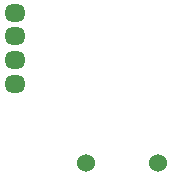
<source format=gbp>
G04 #@! TF.GenerationSoftware,KiCad,Pcbnew,(5.0.2)-1*
G04 #@! TF.CreationDate,2019-02-16T11:26:36+09:00*
G04 #@! TF.ProjectId,EEPROM,45455052-4f4d-42e6-9b69-6361645f7063,v1.0*
G04 #@! TF.SameCoordinates,Original*
G04 #@! TF.FileFunction,Paste,Bot*
G04 #@! TF.FilePolarity,Positive*
%FSLAX46Y46*%
G04 Gerber Fmt 4.6, Leading zero omitted, Abs format (unit mm)*
G04 Created by KiCad (PCBNEW (5.0.2)-1) date 2019/02/16 11:26:36*
%MOMM*%
%LPD*%
G01*
G04 APERTURE LIST*
%ADD10O,1.800000X1.524000*%
%ADD11C,1.524000*%
G04 APERTURE END LIST*
D10*
G04 #@! TO.C,P1*
X189000000Y-116000000D03*
X189000000Y-114000000D03*
X189000000Y-112000000D03*
X189000000Y-110000000D03*
G04 #@! TD*
D11*
G04 #@! TO.C,TP1*
X201100000Y-122700000D03*
G04 #@! TD*
G04 #@! TO.C,TP2*
X195000000Y-122700000D03*
G04 #@! TD*
M02*

</source>
